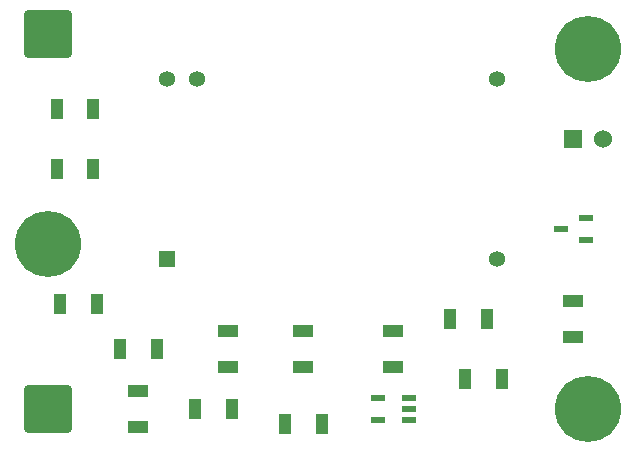
<source format=gbr>
%TF.GenerationSoftware,KiCad,Pcbnew,7.0.2*%
%TF.CreationDate,2023-06-01T11:51:48+02:00*%
%TF.ProjectId,Indicator_voltage,496e6469-6361-4746-9f72-5f766f6c7461,rev?*%
%TF.SameCoordinates,Original*%
%TF.FileFunction,Soldermask,Top*%
%TF.FilePolarity,Negative*%
%FSLAX46Y46*%
G04 Gerber Fmt 4.6, Leading zero omitted, Abs format (unit mm)*
G04 Created by KiCad (PCBNEW 7.0.2) date 2023-06-01 11:51:48*
%MOMM*%
%LPD*%
G01*
G04 APERTURE LIST*
G04 Aperture macros list*
%AMRoundRect*
0 Rectangle with rounded corners*
0 $1 Rounding radius*
0 $2 $3 $4 $5 $6 $7 $8 $9 X,Y pos of 4 corners*
0 Add a 4 corners polygon primitive as box body*
4,1,4,$2,$3,$4,$5,$6,$7,$8,$9,$2,$3,0*
0 Add four circle primitives for the rounded corners*
1,1,$1+$1,$2,$3*
1,1,$1+$1,$4,$5*
1,1,$1+$1,$6,$7*
1,1,$1+$1,$8,$9*
0 Add four rect primitives between the rounded corners*
20,1,$1+$1,$2,$3,$4,$5,0*
20,1,$1+$1,$4,$5,$6,$7,0*
20,1,$1+$1,$6,$7,$8,$9,0*
20,1,$1+$1,$8,$9,$2,$3,0*%
G04 Aperture macros list end*
%ADD10R,1.300000X0.600000*%
%ADD11R,1.800000X1.050000*%
%ADD12RoundRect,0.250000X-1.750000X-1.750000X1.750000X-1.750000X1.750000X1.750000X-1.750000X1.750000X0*%
%ADD13R,1.050000X1.800000*%
%ADD14R,1.358000X1.358000*%
%ADD15C,1.358000*%
%ADD16C,5.600000*%
%ADD17R,1.530000X1.530000*%
%ADD18C,1.530000*%
%ADD19R,1.150000X0.600000*%
G04 APERTURE END LIST*
D10*
%TO.C,Q1*%
X167420000Y-109180000D03*
X167420000Y-107280000D03*
X165320000Y-108230000D03*
%TD*%
D11*
%TO.C,R4*%
X143510000Y-119940000D03*
X143510000Y-116840000D03*
%TD*%
D12*
%TO.C,TP3*%
X121920000Y-91720000D03*
%TD*%
D11*
%TO.C,R7*%
X166370000Y-117400000D03*
X166370000Y-114300000D03*
%TD*%
D13*
%TO.C,R8*%
X159030000Y-115850000D03*
X155930000Y-115850000D03*
%TD*%
D14*
%TO.C,PS1*%
X132010000Y-110760000D03*
D15*
X159950000Y-110760000D03*
X159950000Y-95540000D03*
X134550000Y-95540000D03*
X132010000Y-95540000D03*
%TD*%
D16*
%TO.C,*%
X167640000Y-92990000D03*
%TD*%
D13*
%TO.C,R13*%
X131090000Y-118390000D03*
X127990000Y-118390000D03*
%TD*%
D11*
%TO.C,R14*%
X129540000Y-125020000D03*
X129540000Y-121920000D03*
%TD*%
D13*
%TO.C,R9*%
X145060000Y-124740000D03*
X141960000Y-124740000D03*
%TD*%
D11*
%TO.C,R1*%
X151130000Y-116840000D03*
X151130000Y-119940000D03*
%TD*%
D17*
%TO.C,J7*%
X166370000Y-100610000D03*
D18*
X168910000Y-100610000D03*
%TD*%
D16*
%TO.C,*%
X121920000Y-109500000D03*
%TD*%
D13*
%TO.C,R6*%
X137440000Y-123470000D03*
X134340000Y-123470000D03*
%TD*%
D12*
%TO.C,TP1*%
X121920000Y-123470000D03*
%TD*%
D13*
%TO.C,R2*%
X122910000Y-114580000D03*
X126010000Y-114580000D03*
%TD*%
D16*
%TO.C,*%
X167640000Y-123470000D03*
%TD*%
D19*
%TO.C,CP1*%
X152430000Y-124420000D03*
X152430000Y-123470000D03*
X152430000Y-122520000D03*
X149830000Y-122520000D03*
X149830000Y-124420000D03*
%TD*%
D13*
%TO.C,R5*%
X157200000Y-120930000D03*
X160300000Y-120930000D03*
%TD*%
D11*
%TO.C,R12*%
X137160000Y-116840000D03*
X137160000Y-119940000D03*
%TD*%
D13*
%TO.C,R3*%
X122630000Y-98070000D03*
X125730000Y-98070000D03*
%TD*%
%TO.C,R11*%
X122630000Y-103150000D03*
X125730000Y-103150000D03*
%TD*%
M02*

</source>
